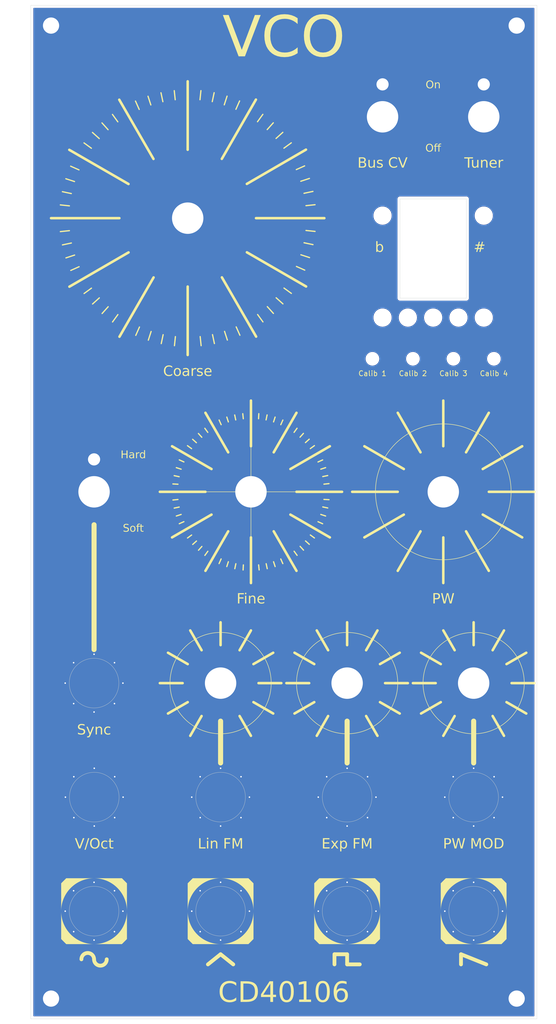
<source format=kicad_pcb>
(kicad_pcb (version 20240108) (generator "pcbnew") (generator_version "8.0")
  (title_block (title "VCO mki Front Panel") (date "2024-06-06") (rev "1") (company "DMH"))
  (layers (0 "F.Cu" signal) (31 "B.Cu" signal) (34 "B.Paste" user) (35 "F.Paste" user) (36 "B.SilkS" user "B.Silkscreen") (37 "F.SilkS" user "F.Silkscreen") (38 "B.Mask" user) (39 "F.Mask" user) (44 "Edge.Cuts" user))
  (net 0 "")
  (net 1 "GND")
  (footprint "SynthStuff:Pot_Cutout_Tiny" (layer "F.Cu") (at 87.5 183.75)
    (property "Reference" "H10")
    (property "Value" "Lin FM" (hide yes))
    (fp_line (start -7.499998 0) (end -12 0) (stroke (width 0.5)) (layer "F.SilkS"))
    (fp_line (start -6.49301 -3.753771) (end -10.394285 -5.996567) (stroke (width 0.5)) (layer "F.SilkS"))
    (fp_line (start -6.49301 3.753772) (end -10.394227 5.996669) (stroke (width 0.5)) (layer "F.SilkS"))
    (fp_line (start -3.753772 -6.49301) (end -5.996669 -10.394227) (stroke (width 0.5)) (layer "F.SilkS"))
    (fp_line (start -3.753771 6.49301) (end -5.996567 10.394285) (stroke (width 0.5)) (layer "F.SilkS"))
    (fp_line (start 0 -7.5) (end 0 -12) (stroke (width 0.5)) (layer "F.SilkS"))
    (fp_line (start 0 7.499998) (end 0 12) (stroke (width 0.5)) (layer "F.SilkS"))
    (fp_line (start 3.753771 -6.49301) (end 5.996567 -10.394285) (stroke (width 0.5)) (layer "F.SilkS"))
    (fp_line (start 3.753772 6.49301) (end 5.996669 10.394227) (stroke (width 0.5)) (layer "F.SilkS"))
    (fp_line (start 6.49301 -3.753772) (end 10.394227 -5.996669) (stroke (width 0.5)) (layer "F.SilkS"))
    (fp_line (start 6.49301 3.753771) (end 10.394285 5.996567) (stroke (width 0.5)) (layer "F.SilkS"))
    (fp_line (start 7.5 0) (end 12 0) (stroke (width 0.5)) (layer "F.SilkS"))
    (fp_circle (center 0 0) (end 10 0) (stroke (width 0.1)) (fill none) (layer "F.SilkS"))
    (pad "1" thru_hole circle (at 0 0) (size 13 13) (drill 6.2) (layers "*.Cu" "*.Mask") (net 1 "GND"))
  )
  (footprint "SynthStuff:Pot_Cutout_Huge_v2" (layer "F.Cu") (at 81 92)
    (property "Reference" "H5")
    (property "Value" "Coarse" (at 0 30.3 0) (layer "F.SilkS") (effects (font (size 2 2))))
    (fp_line (start -23.39361 -13.481062) (end -11.696805 -6.740531) (stroke (width 0.5)) (layer "F.SilkS"))
    (fp_line (start -23.374179 -2.428486) (end -25.164545 -2.614498) (stroke (width 0.25)) (layer "F.SilkS"))
    (fp_line (start -23.370917 13.520364) (end -11.685458 6.760182) (stroke (width 0.5)) (layer "F.SilkS"))
    (fp_line (start -23.370351 2.465102) (end -25.16042 2.653918) (stroke (width 0.25)) (layer "F.SilkS"))
    (fp_line (start -23.101674 10.315167) (end -21.458076 9.581281) (stroke (width 0.25)) (layer "F.SilkS"))
    (fp_line (start -22.993287 -4.853716) (end -24.754478 -5.22549) (stroke (width 0.25)) (layer "F.SilkS"))
    (fp_line (start -22.982832 4.903004) (end -24.743219 5.278553) (stroke (width 0.25)) (layer "F.SilkS"))
    (fp_line (start -22.361465 -7.225976) (end -24.07426 -7.779456) (stroke (width 0.25)) (layer "F.SilkS"))
    (fp_line (start -22.343234 7.28216) (end -24.054632 7.839942) (stroke (width 0.25)) (layer "F.SilkS"))
    (fp_line (start -21.482215 -9.527029) (end -23.127663 -10.25676) (stroke (width 0.25)) (layer "F.SilkS"))
    (fp_line (start -19.02674 -13.7925) (end -20.484109 -14.848948) (stroke (width 0.25)) (layer "F.SilkS"))
    (fp_line (start -19.013948 13.810131) (end -20.470336 14.86793) (stroke (width 0.25)) (layer "F.SilkS"))
    (fp_line (start -17.477172 -15.709817) (end -18.815851 -16.913124) (stroke (width 0.25)) (layer "F.SilkS"))
    (fp_line (start -17.458429 15.730644) (end -18.795672 16.935546) (stroke (width 0.25)) (layer "F.SilkS"))
    (fp_line (start -15.730644 -17.458429) (end -16.935546 -18.795672) (stroke (width 0.25)) (layer "F.SilkS"))
    (fp_line (start -15.709817 17.477172) (end -16.913124 18.815851) (stroke (width 0.25)) (layer "F.SilkS"))
    (fp_line (start -13.810131 -19.013948) (end -14.86793 -20.470336) (stroke (width 0.25)) (layer "F.SilkS"))
    (fp_line (start -13.7925 19.02674) (end -14.848948 20.484109) (stroke (width 0.25)) (layer "F.SilkS"))
    (fp_line (start -13.520364 -23.370917) (end -6.760182 -11.685458) (stroke (width 0.5)) (layer "F.SilkS"))
    (fp_line (start -13.5 0) (end -27 0) (stroke (width 0.5)) (layer "F.SilkS"))
    (fp_line (start -13.481062 23.39361) (end -6.740531 11.696805) (stroke (width 0.5)) (layer "F.SilkS"))
    (fp_line (start -10.315167 -23.101674) (end -9.581281 -21.458076) (stroke (width 0.25)) (layer "F.SilkS"))
    (fp_line (start -9.527029 21.482215) (end -10.25676 23.127663) (stroke (width 0.25)) (layer "F.SilkS"))
    (fp_line (start -7.28216 -22.343234) (end -7.839942 -24.054632) (stroke (width 0.25)) (layer "F.SilkS"))
    (fp_line (start -7.225976 22.361465) (end -7.779456 24.07426) (stroke (width 0.25)) (layer "F.SilkS"))
    (fp_line (start -4.903004 -22.982832) (end -5.278553 -24.743219) (stroke (width 0.25)) (layer "F.SilkS"))
    (fp_line (start -4.853716 22.993287) (end -5.22549 24.754478) (stroke (width 0.25)) (layer "F.SilkS"))
    (fp_line (start -2.465102 -23.370351) (end -2.653918 -25.16042) (stroke (width 0.25)) (layer "F.SilkS"))
    (fp_line (start -2.428486 23.374179) (end -2.614498 25.164545) (stroke (width 0.25)) (layer "F.SilkS"))
    (fp_line (start -0.000001 -13.5) (end -0.000001 -27.000001) (stroke (width 0.5)) (layer "F.SilkS"))
    (fp_line (start 0.000001 13.499999) (end 0.000001 26.999999) (stroke (width 0.5)) (layer "F.SilkS"))
    (fp_line (start 2.428485 -23.37418) (end 2.614497 -25.164546) (stroke (width 0.25)) (layer "F.SilkS"))
    (fp_line (start 2.465103 23.37035) (end 2.653919 25.160419) (stroke (width 0.25)) (layer "F.SilkS"))
    (fp_line (start 4.853715 -22.993288) (end 5.225489 -24.754479) (stroke (width 0.25)) (layer "F.SilkS"))
    (fp_line (start 4.903005 22.982831) (end 5.278554 24.743218) (stroke (width 0.25)) (layer "F.SilkS"))
    (fp_line (start 7.225975 -22.361466) (end 7.779455 -24.074261) (stroke (width 0.25)) (layer "F.SilkS"))
    (fp_line (start 7.282161 22.343233) (end 7.839943 24.054631) (stroke (width 0.25)) (layer "F.SilkS"))
    (fp_line (start 9.527028 -21.482216) (end 10.256759 -23.127664) (stroke (width 0.25)) (layer "F.SilkS"))
    (fp_line (start 10.315168 23.101673) (end 9.581282 21.458075) (stroke (width 0.25)) (layer "F.SilkS"))
    (fp_line (start 13.481061 -23.393611) (end 6.74053 -11.696806) (stroke (width 0.5)) (layer "F.SilkS"))
    (fp_line (start 13.499999 -0.000001) (end 26.999999 -0.000001) (stroke (width 0.5)) (layer "F.SilkS"))
    (fp_line (start 13.520365 23.370916) (end 6.760183 11.685457) (stroke (width 0.5)) (layer "F.SilkS"))
    (fp_line (start 13.792499 -19.026741) (end 14.848947 -20.48411) (stroke (width 0.25)) (layer "F.SilkS"))
    (fp_line (start 13.810132 19.013947) (end 14.867931 20.470335) (stroke (width 0.25)) (layer "F.SilkS"))
    (fp_line (start 15.709816 -17.477173) (end 16.913123 -18.815852) (stroke (width 0.25)) (layer "F.SilkS"))
    (fp_line (start 15.730645 17.458428) (end 16.935547 18.795671) (stroke (width 0.25)) (layer "F.SilkS"))
    (fp_line (start 17.458428 -15.730645) (end 18.795671 -16.935547) (stroke (width 0.25)) (layer "F.SilkS"))
    (fp_line (start 17.477173 15.709816) (end 18.815852 16.913123) (stroke (width 0.25)) (layer "F.SilkS"))
    (fp_line (start 19.013947 -13.810132) (end 20.470335 -14.867931) (stroke (width 0.25)) (layer "F.SilkS"))
    (fp_line (start 19.026741 13.792499) (end 20.48411 14.848947) (stroke (width 0.25)) (layer "F.SilkS"))
    (fp_line (start 21.482216 9.527028) (end 23.127664 10.256759) (stroke (width 0.25)) (layer "F.SilkS"))
    (fp_line (start 22.343233 -7.282161) (end 24.054631 -7.839943) (stroke (width 0.25)) (layer "F.SilkS"))
    (fp_line (start 22.361466 7.225975) (end 24.074261 7.779455) (stroke (width 0.25)) (layer "F.SilkS"))
    (fp_line (start 22.982831 -4.903005) (end 24.743218 -5.278554) (stroke (width 0.25)) (layer "F.SilkS"))
    (fp_line (start 22.993288 4.853715) (end 24.754479 5.225489) (stroke (width 0.25)) (layer "F.SilkS"))
    (fp_line (start 23.101673 -10.315168) (end 21.458075 -9.581282) (stroke (width 0.25)) (layer "F.SilkS"))
    (fp_line (start 23.37035 -2.465103) (end 25.160419 -2.653919) (stroke (width 0.25)) (layer "F.SilkS"))
    (fp_line (start 23.370916 -13.520365) (end 11.685457 -6.760183) (stroke (width 0.5)) (layer "F.SilkS"))
    (fp_line (start 23.37418 2.428485) (end 25.164546 2.614497) (stroke (width 0.25)) (layer "F.SilkS"))
    (fp_line (start 23.393611 13.481061) (end 11.696806 6.74053) (stroke (width 0.5)) (layer "F.SilkS"))
    (pad "1" thru_hole circle (at 0 0) (size 13 13) (drill 6.2) (layers "*.Cu" "*.Mask") (net 1 "GND"))
  )
  (footprint "SynthStuff:Jack_6.35mm_Cutout_Output_v6" (layer "F.Cu") (at 112.5 228.75)
    (property "Reference" "H15")
    (property "Value" "Sqr" (hide yes))
    (fp_poly (pts (xy -6.5 5.5) (arc (start -6.5 0) (mid -4.596194 4.596194) (end 0 6.5)) (xy -5.5 6.5)) (fill solid) (layer "F.SilkS"))
    (fp_poly (pts (xy -5.5 -6.5) (arc (start 0 -6.5) (mid -4.596194 -4.596194) (end -6.5 0)) (xy -6.5 -5.5)) (fill solid) (layer "F.SilkS"))
    (fp_poly (pts (xy 5.5 6.5) (arc (start 0 6.5) (mid 4.596194 4.596194) (end 6.5 0)) (xy 6.5 5.5)) (fill solid) (layer "F.SilkS"))
    (fp_poly (pts (xy 6.5 -5.5) (arc (start 6.5 0) (mid 4.596194 -4.596194) (end 0 -6.5)) (xy 5.5 -6.5)) (fill solid) (layer "F.SilkS"))
    (fp_circle (center 0 0) (end 0 -4.9) (stroke (width 0.05)) (fill none) (layer "Edge.Cuts"))
    (pad "1" thru_hole circle (at -5.7 0) (size 0.5 0.5) (drill 0.3) (layers "*.Cu" "*.Mask") (net 1 "GND"))
    (pad "1" thru_hole circle (at -4.04 -4.03) (size 0.5 0.5) (drill 0.3) (layers "*.Cu" "*.Mask") (net 1 "GND"))
    (pad "1" thru_hole circle (at -4.03 4.04) (size 0.5 0.5) (drill 0.3) (layers "*.Cu" "*.Mask") (net 1 "GND"))
    (pad "1" thru_hole circle (at 0 -5.7) (size 0.5 0.5) (drill 0.3) (layers "*.Cu" "*.Mask") (net 1 "GND"))
    (pad "1" connect circle (at 0 0) (size 12 12) (layers "F.Cu" "F.Mask") (net 1 "GND"))
    (pad "1" connect circle (at 0 0) (size 12 12) (layers "B.Cu" "B.Mask") (net 1 "GND"))
    (pad "1" thru_hole circle (at 0 5.7) (size 0.5 0.5) (drill 0.3) (layers "*.Cu" "*.Mask") (net 1 "GND"))
    (pad "1" thru_hole circle (at 4.03 4.04) (size 0.5 0.5) (drill 0.3) (layers "*.Cu" "*.Mask") (net 1 "GND"))
    (pad "1" thru_hole circle (at 4.04 -4.03) (size 0.5 0.5) (drill 0.3) (layers "*.Cu" "*.Mask") (net 1 "GND"))
    (pad "1" thru_hole circle (at 5.7 0) (size 0.5 0.5) (drill 0.3) (layers "*.Cu" "*.Mask") (net 1 "GND"))
  )
  (footprint "SynthStuff:MountingHole_Rails" (layer "F.Cu") (at 54 246)
    (property "Reference" "H3")
    (property "Value" "MountingHole_Rails")
    (pad "1" thru_hole circle (at 0 0) (size 4 4) (drill 3.2) (layers "*.Cu" "*.Mask") (net 1 "GND"))
  )
  (footprint "SynthStuff:MountingHole_Rails" (layer "F.Cu") (at 146 54)
    (property "Reference" "H2")
    (property "Value" "MountingHole_Rails")
    (pad "1" thru_hole circle (at 0 0) (size 4 4) (drill 3.2) (layers "*.Cu" "*.Mask") (net 1 "GND"))
  )
  (footprint "SynthStuff:MountingHole_LED_3mm" (layer "F.Cu") (at 124.5 111.62)
    (property "Reference" "H32" (hide yes))
    (property "Value" "LED_-1")
    (pad "" np_thru_hole circle (at 0 0) (size 3.1 3.1) (drill 3.1) (layers "F&B.Cu" "*.Mask"))
  )
  (footprint "MountingHole:MountingHole_2.2mm_M2_DIN965" (layer "F.Cu") (at 141.5 119.75)
    (property "Reference" "H24" (hide yes))
    (property "Value" "Calib 4" (at 0 2.9 0) (layer "F.SilkS"))
    (pad "" np_thru_hole circle (at 0 0) (size 2.2 2.2) (drill 2.2) (layers "*.Cu" "*.Mask"))
  )
  (footprint "MountingHole:MountingHole_2.2mm_M2_DIN965" (layer "F.Cu") (at 117.5 119.75)
    (property "Reference" "H21" (hide yes))
    (property "Value" "Calib 1" (at 0 2.9 0) (layer "F.SilkS"))
    (pad "" np_thru_hole circle (at 0 0) (size 2.2 2.2) (drill 2.2) (layers "*.Cu" "*.Mask"))
  )
  (footprint "MountingHole:MountingHole_2.2mm_M2_DIN965" (layer "F.Cu") (at 133.5 119.75)
    (property "Reference" "H23" (hide yes))
    (property "Value" "Calib 3" (at 0 2.9 0) (layer "F.SilkS"))
    (pad "" np_thru_hole circle (at 0 0) (size 2.2 2.2) (drill 2.2) (layers "*.Cu" "*.Mask"))
  )
  (footprint "SynthStuff:Jack_6.35mm_Cutout_Output_v6" (layer "F.Cu") (at 62.5 228.75)
    (property "Reference" "H13")
    (property "Value" "Sin" (hide yes))
    (fp_poly (pts (xy -6.5 5.5) (arc (start -6.5 0) (mid -4.596194 4.596194) (end 0 6.5)) (xy -5.5 6.5)) (fill solid) (layer "F.SilkS"))
    (fp_poly (pts (xy -5.5 -6.5) (arc (start 0 -6.5) (mid -4.596194 -4.596194) (end -6.5 0)) (xy -6.5 -5.5)) (fill solid) (layer "F.SilkS"))
    (fp_poly (pts (xy 5.5 6.5) (arc (start 0 6.5) (mid 4.596194 4.596194) (end 6.5 0)) (xy 6.5 5.5)) (fill solid) (layer "F.SilkS"))
    (fp_poly (pts (xy 6.5 -5.5) (arc (start 6.5 0) (mid 4.596194 -4.596194) (end 0 -6.5)) (xy 5.5 -6.5)) (fill solid) (layer "F.SilkS"))
    (fp_circle (center 0 0) (end 0 -4.9) (stroke (width 0.05)) (fill none) (layer "Edge.Cuts"))
    (pad "1" thru_hole circle (at -5.7 0) (size 0.5 0.5) (drill 0.3) (layers "*.Cu" "*.Mask") (net 1 "GND"))
    (pad "1" thru_hole circle (at -4.04 -4.03) (size 0.5 0.5) (drill 0.3) (layers "*.Cu" "*.Mask") (net 1 "GND"))
    (pad "1" thru_hole circle (at -4.03 4.04) (size 0.5 0.5) (drill 0.3) (layers "*.Cu" "*.Mask") (net 1 "GND"))
    (pad "1" thru_hole circle (at 0 -5.7) (size 0.5 0.5) (drill 0.3) (layers "*.Cu" "*.Mask") (net 1 "GND"))
    (pad "1" connect circle (at 0 0) (size 12 12) (layers "F.Cu" "F.Mask") (net 1 "GND"))
    (pad "1" connect circle (at 0 0) (size 12 12) (layers "B.Cu" "B.Mask") (net 1 "GND"))
    (pad "1" thru_hole circle (at 0 5.7) (size 0.5 0.5) (drill 0.3) (layers "*.Cu" "*.Mask") (net 1 "GND"))
    (pad "1" thru_hole circle (at 4.03 4.04) (size 0.5 0.5) (drill 0.3) (layers "*.Cu" "*.Mask") (net 1 "GND"))
    (pad "1" thru_hole circle (at 4.04 -4.03) (size 0.5 0.5) (drill 0.3) (layers "*.Cu" "*.Mask") (net 1 "GND"))
    (pad "1" thru_hole circle (at 5.7 0) (size 0.5 0.5) (drill 0.3) (layers "*.Cu" "*.Mask") (net 1 "GND"))
  )
  (footprint "SynthStuff:Jack_6.35mm_Cutout_v3" (layer "F.Cu") (at 137.5 206.25)
    (property "Reference" "H20")
    (property "Value" "PW MOD" (at 0 9.3 0) (layer "F.SilkS") (effects (font (size 2 2))))
    (fp_circle (center 0 0) (end 0 -4.9) (stroke (width 0.05)) (fill none) (layer "Edge.Cuts"))
    (pad "1" thru_hole circle (at -5.7 0) (size 0.5 0.5) (drill 0.3) (layers "*.Cu" "*.Mask") (net 1 "GND"))
    (pad "1" thru_hole circle (at -4.04 -4.03) (size 0.5 0.5) (drill 0.3) (layers "*.Cu" "*.Mask") (net 1 "GND"))
    (pad "1" thru_hole circle (at -4.03 4.04) (size 0.5 0.5) (drill 0.3) (layers "*.Cu" "*.Mask") (net 1 "GND"))
    (pad "1" thru_hole circle (at 0 -5.7) (size 0.5 0.5) (drill 0.3) (layers "*.Cu" "*.Mask") (net 1 "GND"))
    (pad "1" connect circle (at 0 0) (size 12 12) (layers "F.Cu" "F.Mask") (net 1 "GND"))
    (pad "1" connect circle (at 0 0) (size 12 12) (layers "B.Cu" "B.Mask") (net 1 "GND"))
    (pad "1" thru_hole circle (at 0 5.7) (size 0.5 0.5) (drill 0.3) (layers "*.Cu" "*.Mask") (net 1 "GND"))
    (pad "1" thru_hole circle (at 4.03 4.04) (size 0.5 0.5) (drill 0.3) (layers "*.Cu" "*.Mask") (net 1 "GND"))
    (pad "1" thru_hole circle (at 4.04 -4.03) (size 0.5 0.5) (drill 0.3) (layers "*.Cu" "*.Mask") (net 1 "GND"))
    (pad "1" thru_hole circle (at 5.7 0) (size 0.5 0.5) (drill 0.3) (layers "*.Cu" "*.Mask") (net 1 "GND"))
  )
  (footprint "SynthStuff:MountingHole_LED_3mm" (layer "F.Cu") (at 139.5 91.5)
    (property "Reference" "H30" (hide yes))
    (property "Value" "LED_#" (hide yes))
    (pad "" np_thru_hole circle (at 0 0) (size 3.1 3.1) (drill 3.1) (layers "F&B.Cu" "*.Mask"))
  )
  (footprint "SynthStuff:MountingHole_LED_3mm" (layer "F.Cu") (at 139.5 111.62)
    (property "Reference" "H35" (hide yes))
    (property "Value" "LED_+2")
    (pad "" np_thru_hole circle (at 0 0) (size 3.1 3.1) (drill 3.1) (layers "F&B.Cu" "*.Mask"))
  )
  (footprint "SynthStuff:Pot_Cutout_Medium" (layer "F.Cu") (at 131.5 146)
    (property "Reference" "H8")
    (property "Value" "PW" (at 0 21.2 0) (layer "F.SilkS") (effects (font (size 2 2))))
    (fp_line (start -15.59134 -8.995004) (end -7.795669 -4.497502) (stroke (width 0.5)) (layer "F.SilkS"))
    (fp_line (start -15.591339 8.995006) (end -7.795668 4.497502) (stroke (width 0.5)) (layer "F.SilkS"))
    (fp_line (start -9 0) (end -18 0) (stroke (width 0.5)) (layer "F.SilkS"))
    (fp_line (start -8.995006 -15.591339) (end -4.497502 -7.795668) (stroke (width 0.5)) (layer "F.SilkS"))
    (fp_line (start -8.995004 15.59134) (end -4.497502 7.795669) (stroke (width 0.5)) (layer "F.SilkS"))
    (fp_line (start 0 -9) (end 0 -18) (stroke (width 0.5)) (layer "F.SilkS"))
    (fp_line (start 0 9) (end 0 18) (stroke (width 0.5)) (layer "F.SilkS"))
    (fp_line (start 8.995004 -15.59134) (end 4.497502 -7.795669) (stroke (width 0.5)) (layer "F.SilkS"))
    (fp_line (start 8.995006 15.591339) (end 4.497502 7.795668) (stroke (width 0.5)) (layer "F.SilkS"))
    (fp_line (start 9 0) (end 18 0) (stroke (width 0.5)) (layer "F.SilkS"))
    (fp_line (start 15.591339 -8.995006) (end 7.795668 -4.497502) (stroke (width 0.5)) (layer "F.SilkS"))
    (fp_line (start 15.59134 8.995004) (end 7.795669 4.497502) (stroke (width 0.5)) (layer "F.SilkS"))
    (fp_circle (center 0 0) (end 13.4 0) (stroke (width 0.1)) (fill none) (layer "F.SilkS"))
    (pad "1" thru_hole circle (at 0 0) (size 13 13) (drill 6.2) (layers "*.Cu" "*.Mask") (net 1 "GND"))
  )
  (footprint "SynthStuff:MountingHole_Rails" (layer "F.Cu") (at 54 54)
    (property "Reference" "H1")
    (property "Value" "MountingHole_Rails")
    (pad "1" thru_hole circle (at 0 0) (size 4 4) (drill 3.2) (layers "*.Cu" "*.Mask") (net 1 "GND"))
  )
  (footprint "SynthStuff:MountingHole_LED_3mm" (layer "F.Cu") (at 134.5 111.62)
    (property "Reference" "H34" (hide yes))
    (property "Value" "LED_+1")
    (pad "" np_thru_hole circle (at 0 0) (size 3.1 3.1) (drill 3.1) (layers "F&B.Cu" "*.Mask"))
  )
  (footprint "SynthStuff:MountingHole_LED_3mm" (layer "F.Cu") (at 129.5 111.62)
    (property "Reference" "H33" (hide yes))
    (property "Value" "LED_0")
    (pad "" np_thru_hole circle (at 0 0) (size 3.1 3.1) (drill 3.1) (layers "F&B.Cu" "*.Mask"))
  )
  (footprint "SynthStuff:Pot_Cutout_Tiny" (layer "F.Cu") (at 137.5 183.75)
    (property "Reference" "H12")
    (property "Value" "PW Mod" (hide yes))
    (fp_line (start -7.499998 0) (end -12 0) (stroke (width 0.5)) (layer "F.SilkS"))
    (fp_line (start -6.49301 -3.753771) (end -10.394285 -5.996567) (stroke (width 0.5)) (layer "F.SilkS"))
    (fp_line (start -6.49301 3.753772) (end -10.394227 5.996669) (stroke (width 0.5)) (layer "F.SilkS"))
    (fp_line (start -3.753772 -6.49301) (end -5.996669 -10.394227) (stroke (width 0.5)) (layer "F.SilkS"))
    (fp_line (start -3.753771 6.49301) (end -5.996567 10.394285) (stroke (width 0.5)) (layer "F.SilkS"))
    (fp_line (start 0 -7.5) (end 0 -12) (stroke (width 0.5)) (layer "F.SilkS"))
    (fp_line (start 0 7.499998) (end 0 12) (stroke (width 0.5)) (layer "F.SilkS"))
    (fp_line (start 3.753771 -6.49301) (end 5.996567 -10.394285) (stroke (width 0.5)) (layer "F.SilkS"))
    (fp_line (start 3.753772 6.49301) (end 5.996669 10.394227) (stroke (width 0.5)) (layer "F.SilkS"))
    (fp_line (start 6.49301 -3.753772) (end 10.394227 -5.996669) (stroke (width 0.5)) (layer "F.SilkS"))
    (fp_line (start 6.49301 3.753771) (end 10.394285 5.996567) (stroke (width 0.5)) (layer "F.SilkS"))
    (fp_line (start 7.5 0) (end 12 0) (stroke (width 0.5)) (layer "F.SilkS"))
    (fp_circle (center 0 0) (end 10 0) (stroke (width 0.1)) (fill none) (layer "F.SilkS"))
    (pad "1" thru_hole circle (at 0 0) (size 13 13) (drill 6.2) (layers "*.Cu" "*.Mask") (net 1 "GND"))
  )
  (footprint "SynthStuff:Toggle_Switch_Cutout" (layer "F.Cu") (at 139.5 72)
    (property "Reference" "H27")
    (property "Value" "Tuner" (at 0 9.2 0) (layer "F.SilkS") (effects (font (size 2 2))))
    (pad "1" thru_hole circle (at 0 -6.4) (size 2.6 2.6) (drill 2.4) (layers "*.Cu" "*.Mask") (net 1 "GND"))
    (pad "1" thru_hole circle (at 0 0) (size 13 13) (drill 6.2) (layers "*.Cu" "*.Mask") (net 1 "GND"))
  )
  (footprint "SynthStuff:MountingHole_Rails" (layer "F.Cu") (at 146 246)
    (property "Reference" "H4")
    (property "Value" "MountingHole_Rails")
    (pad "1" thru_hole circle (at 0 0) (size 4 4) (drill 3.2) (layers "*.Cu" "*.Mask") (net 1 "GND"))
  )
  (footprint "SynthStuff:Toggle_Switch_Cutout" (layer "F.Cu") (at 62.5 146)
    (property "Reference" "H28")
    (property "Value" "Soft Hard" (hide yes))
    (pad "1" thru_hole circle (at 0 -6.4) (size 2.6 2.6) (drill 2.4) (layers "*.Cu" "*.Mask") (net 1 "GND"))
    (pad "1" thru_hole circle (at 0 0) (size 13 13) (drill 6.2) (layers "*.Cu" "*.Mask") (net 1 "GND"))
  )
  (footprint "SynthStuff:MountingHole_LED_3mm" (layer "F.Cu") (at 119.5 91.5)
    (property "Reference" "H29" (hide yes))
    (property "Value" "LED_b" (hide yes))
    (pad "" np_thru_hole circle (at 0 0) (size 3.1 3.1) (drill 3.1) (layers "F&B.Cu" "*.Mask"))
  )
  (footprint "SynthStuff:Jack_6.35mm_Cutout_v3" (layer "F.Cu") (at 87.5 206.25)
    (property "Reference" "H18")
    (property "Value" "Lin FM" (at 0 9.3 0) (layer "F.SilkS") (effects (font (size 2 2))))
    (fp_circle (center 0 0) (end 0 -4.9) (stroke (width 0.05)) (fill none) (layer "Edge.Cuts"))
    (pad "1" thru_hole circle (at -5.7 0) (size 0.5 0.5) (drill 0.3) (layers "*.Cu" "*.Mask") (net 1 "GND"))
    (pad "1" thru_hole circle (at -4.04 -4.03) (size 0.5 0.5) (drill 0.3) (layers "*.Cu" "*.Mask") (net 1 "GND"))
    (pad "1" thru_hole circle (at -4.03 4.04) (size 0.5 0.5) (drill 0.3) (layers "*.Cu" "*.Mask") (net 1 "GND"))
    (pad "1" thru_hole circle (at 0 -5.7) (size 0.5 0.5) (drill 0.3) (layers "*.Cu" "*.Mask") (net 1 "GND"))
    (pad "1" connect circle (at 0 0) (size 12 12) (layers "F.Cu" "F.Mask") (net 1 "GND"))
    (pad "1" connect circle (at 0 0) (size 12 12) (layers "B.Cu" "B.Mask") (net 1 "GND"))
    (pad "1" thru_hole circle (at 0 5.7) (size 0.5 0.5) (drill 0.3) (layers "*.Cu" "*.Mask") (net 1 "GND"))
    (pad "1" thru_hole circle (at 4.03 4.04) (size 0.5 0.5) (drill 0.3) (layers "*.Cu" "*.Mask") (net 1 "GND"))
    (pad "1" thru_hole circle (at 4.04 -4.03) (size 0.5 0.5) (drill 0.3) (layers "*.Cu" "*.Mask") (net 1 "GND"))
    (pad "1" thru_hole circle (at 5.7 0) (size 0.5 0.5) (drill 0.3) (layers "*.Cu" "*.Mask") (net 1 "GND"))
  )
  (footprint "MountingHole:MountingHole_2.2mm_M2_DIN965" (layer "F.Cu") (at 125.5 119.75)
    (property "Reference" "H22" (hide yes))
    (property "Value" "Calib 2" (at 0 2.9 0) (layer "F.SilkS"))
    (pad "" np_thru_hole circle (at 0 0) (size 2.2 2.2) (drill 2.2) (layers "*.Cu" "*.Mask"))
  )
  (footprint "SynthStuff:Pot_Cutout_Medium_v2" (layer "F.Cu") (at 93.5 146)
    (property "Reference" "H7")
    (property "Value" "Fine" (at 0 21.2 0) (layer "F.SilkS") (effects (font (size 2 2))))
    (fp_line (start -15.59134 -8.995004) (end -7.795669 -4.497502) (stroke (width 0.5)) (layer "F.SilkS"))
    (fp_line (start -15.591339 8.995006) (end -7.795668 4.497502) (stroke (width 0.5)) (layer "F.SilkS"))
    (fp_line (start -14.422248 -1.499585) (end -15.422297 -1.553297) (stroke (width 0.25)) (layer "F.SilkS"))
    (fp_line (start -14.420762 1.513781) (end -15.415618 1.618213) (stroke (width 0.25)) (layer "F.SilkS"))
    (fp_line (start -14.189827 -2.983088) (end -15.168751 -3.188884) (stroke (width 0.25)) (layer "F.SilkS"))
    (fp_line (start -14.184996 3.005963) (end -15.163586 3.213337) (stroke (width 0.25)) (layer "F.SilkS"))
    (fp_line (start -13.795505 -4.464755) (end -14.747226 -4.772768) (stroke (width 0.25)) (layer "F.SilkS"))
    (fp_line (start -13.795256 4.465516) (end -14.746959 4.773582) (stroke (width 0.25)) (layer "F.SilkS"))
    (fp_line (start -13.250603 5.888244) (end -14.164734 6.294461) (stroke (width 0.25)) (layer "F.SilkS"))
    (fp_line (start -13.246934 -5.896501) (end -14.16081 -6.303287) (stroke (width 0.25)) (layer "F.SilkS"))
    (fp_line (start -11.733619 -8.51893) (end -12.543094 -9.106631) (stroke (width 0.25)) (layer "F.SilkS"))
    (fp_line (start -11.727755 8.526998) (end -12.536827 9.115257) (stroke (width 0.25)) (layer "F.SilkS"))
    (fp_line (start -10.782189 -9.69507) (end -11.526027 -10.36391) (stroke (width 0.25)) (layer "F.SilkS"))
    (fp_line (start -10.765681 9.713397) (end -11.50838 10.383502) (stroke (width 0.25)) (layer "F.SilkS"))
    (fp_line (start -9.713397 -10.765681) (end -10.383502 -11.50838) (stroke (width 0.25)) (layer "F.SilkS"))
    (fp_line (start -9.69507 10.782189) (end -10.36391 11.526027) (stroke (width 0.25)) (layer "F.SilkS"))
    (fp_line (start -9 0) (end -18 0) (stroke (width 0.5)) (layer "F.SilkS"))
    (fp_line (start -8.995006 -15.591339) (end -4.497502 -7.795668) (stroke (width 0.5)) (layer "F.SilkS"))
    (fp_line (start -8.995004 15.59134) (end -4.497502 7.795669) (stroke (width 0.5)) (layer "F.SilkS"))
    (fp_line (start -8.526998 -11.727755) (end -9.115257 -12.536827) (stroke (width 0.25)) (layer "F.SilkS"))
    (fp_line (start -8.51893 11.733619) (end -9.106631 12.543094) (stroke (width 0.25)) (layer "F.SilkS"))
    (fp_line (start -5.896501 13.246934) (end -6.303287 14.16081) (stroke (width 0.25)) (layer "F.SilkS"))
    (fp_line (start -5.888244 -13.250603) (end -6.294461 -14.164734) (stroke (width 0.25)) (layer "F.SilkS"))
    (fp_line (start -4.465516 -13.795256) (end -4.773582 -14.746959) (stroke (width 0.25)) (layer "F.SilkS"))
    (fp_line (start -4.464755 13.795505) (end -4.772768 14.747226) (stroke (width 0.25)) (layer "F.SilkS"))
    (fp_line (start -3.005963 -14.184996) (end -3.213337 -15.163586) (stroke (width 0.25)) (layer "F.SilkS"))
    (fp_line (start -2.983088 14.189827) (end -3.188884 15.168751) (stroke (width 0.25)) (layer "F.SilkS"))
    (fp_line (start -1.513781 -14.420762) (end -1.618213 -15.415618) (stroke (width 0.25)) (layer "F.SilkS"))
    (fp_line (start -1.499585 14.422248) (end -1.553297 15.422297) (stroke (width 0.25)) (layer "F.SilkS"))
    (fp_line (start 0 -9) (end 0 -18) (stroke (width 0.5)) (layer "F.SilkS"))
    (fp_line (start 0 -9) (end 0 9) (stroke (width 0.1)) (layer "F.SilkS"))
    (fp_line (start 0 9) (end 0 18) (stroke (width 0.5)) (layer "F.SilkS"))
    (fp_line (start 1.499585 -14.422248) (end 1.553297 -15.422297) (stroke (width 0.25)) (layer "F.SilkS"))
    (fp_line (start 1.513781 14.420762) (end 1.618213 15.415618) (stroke (width 0.25)) (layer "F.SilkS"))
    (fp_line (start 2.983088 -14.189827) (end 3.188884 -15.168751) (stroke (width 0.25)) (layer "F.SilkS"))
    (fp_line (start 3.005963 14.184996) (end 3.213337 15.163586) (stroke (width 0.25)) (layer "F.SilkS"))
    (fp_line (start 4.464755 -13.795505) (end 4.772768 -14.747226) (stroke (width 0.25)) (layer "F.SilkS"))
    (fp_line (start 4.465516 13.795256) (end 4.773582 14.746959) (stroke (width 0.25)) (layer "F.SilkS"))
    (fp_line (start 5.888244 13.250603) (end 6.294461 14.164734) (stroke (width 0.25)) (layer "F.SilkS"))
    (fp_line (start 5.896501 -13.246934) (end 6.303287 -14.16081) (stroke (width 0.25)) (layer "F.SilkS"))
    (fp_line (start 8.51893 -11.733619) (end 9.106631 -12.543094) (stroke (width 0.25)) (layer "F.SilkS"))
    (fp_line (start 8.526998 11.727755) (end 9.115257 12.536827) (stroke (width 0.25)) (layer "F.SilkS"))
    (fp_line (start 8.995004 -15.59134) (end 4.497502 -7.795669) (stroke (width 0.5)) (layer "F.SilkS"))
    (fp_line (start 8.995006 15.591339) (end 4.497502 7.795668) (stroke (width 0.5)) (layer "F.SilkS"))
    (fp_line (start 9 0) (end -9 0) (stroke (width 0.1)) (layer "F.SilkS"))
    (fp_line (start 9 0) (end 18 0) (stroke (width 0.5)) (layer "F.SilkS"))
    (fp_line (start 9.69507 -10.782189) (end 10.36391 -11.526027) (stroke (width 0.25)) (layer "F.SilkS"))
    (fp_line (start 9.713397 10.765681) (end 10.383502 11.50838) (stroke (width 0.25)) (layer "F.SilkS"))
    (fp_line (start 10.765681 -9.713397) (end 11.50838 -10.383502) (stroke (width 0.25)) (layer "F.SilkS"))
    (fp_line (start 10.782189 9.69507) (end 11.526027 10.36391) (stroke (width 0.25)) (layer "F.SilkS"))
    (fp_line (start 11.727755 -8.526998) (end 12.536827 -9.115257) (stroke (width 0.25)) (layer "F.SilkS"))
    (fp_line (start 11.733619 8.51893) (end 12.543094 9.106631) (stroke (width 0.25)) (layer "F.SilkS"))
    (fp_line (start 13.246934 5.896501) (end 14.16081 6.303287) (stroke (width 0.25)) (layer "F.SilkS"))
    (fp_line (start 13.250603 -5.888244) (end 14.164734 -6.294461) (stroke (width 0.25)) (layer "F.SilkS"))
    (fp_line (start 13.795256 -4.465516) (end 14.746959 -4.773582) (stroke (width 0.25)) (layer "F.SilkS"))
    (fp_line (start 13.795505 4.464755) (end 14.747226 4.772768) (stroke (width 0.25)) (layer "F.SilkS"))
    (fp_line (start 14.184996 -3.005963) (end 15.163586 -3.213337) (stroke (width 0.25)) (layer "F.SilkS"))
    (fp_line (start 14.189827 2.983088) (end 15.168751 3.188884) (stroke (width 0.25)) (layer "F.SilkS"))
    (fp_line (start 14.420762 -1.513781) (end 15.415618 -1.618213) (stroke (width 0.25)) (layer "F.SilkS"))
    (fp_line (start 14.422248 1.499585) (end 15.422297 1.553297) (stroke (width 0.25)) (layer "F.SilkS"))
    (fp_line (start 15.591339 -8.995006) (end 7.795668 -4.497502) (stroke (width 0.5)) (layer "F.SilkS"))
    (fp_line (start 15.59134 8.995004) (end 7.795669 4.497502) (stroke (width 0.5)) (layer "F.SilkS"))
    (pad "1" thru_hole circle (at 0 0) (size 13 13) (drill 6.2) (layers "*.Cu" "*.Mask") (net 1 "GND"))
  )
  (footprint "SynthStuff:MountingHole_LED_3mm" (layer "F.Cu") (at 119.5 111.62)
    (property "Reference" "H31" (hide yes))
    (property "Value" "LED_-2")
    (pad "" np_thru_hole circle (at 0 0) (size 3.1 3.1) (drill 3.1) (layers "F&B.Cu" "*.Mask"))
  )
  (footprint "SynthStuff:7Segment_Cutout" (layer "F.Cu") (at 124.42 105.62 90)
    (property "Reference" "H6" (hide yes))
    (property "Value" "7Segment" (hide yes))
    (fp_line (start 17.4 -1.47) (end 17.4 11.63) (stroke (width 0.05)) (layer "Edge.Cuts"))
    (fp_line (start -2.16 -1.47) (end 17.4 -1.47) (stroke (width 0.05)) (layer "Edge.Cuts"))
    (fp_line (start -2.16 -1.47) (end -2.16 11.63) (stroke (width 0.05)) (layer "Edge.Cuts"))
    (fp_line (start -2.16 11.63) (end 17.4 11.63) (stroke (width 0.05)) (layer "Edge.Cuts"))
  )
  (footprint "SynthStuff:Jack_6.35mm_Cutout_v3" (layer "F.Cu") (at 62.54 206.25)
    (property "Reference" "H17")
    (property "Value" "V/Oct" (at 0 9.3 0) (layer "F.SilkS") (effects (font (size 2 2))))
    (fp_circle (center 0 0) (end 0 -4.9) (stroke (width 0.05)) (fill none) (layer "Edge.Cuts"))
    (pad "1" thru_hole circle (at -5.7 0) (size 0.5 0.5) (drill 0.3) (layers "*.Cu" "*.Mask") (net 1 "GND"))
    (pad "1" thru_hole circle (at -4.04 -4.03) (size 0.5 0.5) (drill 0.3) (layers "*.Cu" "*.Mask") (net 1 "GND"))
    (pad "1" thru_hole circle (at -4.03 4.04) (size 0.5 0.5) (drill 0.3) (layers "*.Cu" "*.Mask") (net 1 "GND"))
    (pad "1" thru_hole circle (at 0 -5.7) (size 0.5 0.5) (drill 0.3) (layers "*.Cu" "*.Mask") (net 1 "GND"))
    (pad "1" connect circle (at 0 0) (size 12 12) (layers "F.Cu" "F.Mask") (net 1 "GND"))
    (pad "1" connect circle (at 0 0) (size 12 12) (layers "B.Cu" "B.Mask") (net 1 "GND"))
    (pad "1" thru_hole circle (at 0 5.7) (size 0.5 0.5) (drill 0.3) (layers "*.Cu" "*.Mask") (net 1 "GND"))
    (pad "1" thru_hole circle (at 4.03 4.04) (size 0.5 0.5) (drill 0.3) (layers "*.Cu" "*.Mask") (net 1 "GND"))
    (pad "1" thru_hole circle (at 4.04 -4.03) (size 0.5 0.5) (drill 0.3) (layers "*.Cu" "*.Mask") (net 1 "GND"))
    (pad "1" thru_hole circle (at 5.7 0) (size 0.5 0.5) (drill 0.3) (layers "*.Cu" "*.Mask") (net 1 "GND"))
  )
  (footprint "SynthStuff:Jack_6.35mm_Cutout_v3" (layer "F.Cu") (at 112.5 206.25)
    (property "Reference" "H19")
    (property "Value" "Exp FM" (at 0 9.3 0) (layer "F.SilkS") (effects (font (size 2 2))))
    (fp_circle (center 0 0) (end 0 -4.9) (stroke (width 0.05)) (fill none) (layer "Edge.Cuts"))
    (pad "1" thru_hole circle (at -5.7 0) (size 0.5 0.5) (drill 0.3) (layers "*.Cu" "*.Mask") (net 1 "GND"))
    (pad "1" thru_hole circle (at -4.04 -4.03) (size 0.5 0.5) (drill 0.3) (layers "*.Cu" "*.Mask") (net 1 "GND"))
    (pad "1" thru_hole circle (at -4.03 4.04) (size 0.5 0.5) (drill 0.3) (layers "*.Cu" "*.Mask") (net 1 "GND"))
    (pad "1" thru_hole circle (at 0 -5.7) (size 0.5 0.5) (drill 0.3) (layers "*.Cu" "*.Mask") (net 1 "GND"))
    (pad "1" connect circle (at 0 0) (size 12 12) (layers "F.Cu" "F.Mask") (net 1 "GND"))
    (pad "1" connect circle (at 0 0) (size 12 12) (layers "B.Cu" "B.Mask") (net 1 "GND"))
    (pad "1" thru_hole circle (at 0 5.7) (size 0.5 0.5) (drill 0.3) (layers "*.Cu" "*.Mask") (net 1 "GND"))
    (pad "1" thru_hole circle (at 4.03 4.04) (size 0.5 0.5) (drill 0.3) (layers "*.Cu" "*.Mask") (net 1 "GND"))
    (pad "1" thru_hole circle (at 4.04 -4.03) (size 0.5 0.5) (drill 0.3) (layers "*.Cu" "*.Mask") (net 1 "GND"))
    (pad "1" thru_hole circle (at 5.7 0) (size 0.5 0.5) (drill 0.3) (layers "*.Cu" "*.Mask") (net 1 "GND"))
  )
  (footprint "SynthStuff:Jack_6.35mm_Cutout_Output_v6" (layer "F.Cu") (at 137.5 228.75)
    (property "Reference" "H16")
    (property "Value" "Saw" (hide yes))
    (fp_poly (pts (xy -6.5 5.5) (arc (start -6.5 0) (mid -4.596194 4.596194) (end 0 6.5)) (xy -5.5 6.5)) (fill solid) (layer "F.SilkS"))
    (fp_poly (pts (xy -5.5 -6.5) (arc (start 0 -6.5) (mid -4.596194 -4.596194) (end -6.5 0)) (xy -6.5 -5.5)) (fill solid) (layer "F.SilkS"))
    (fp_poly (pts (xy 5.5 6.5) (arc (start 0 6.5) (mid 4.596194 4.596194) (end 6.5 0)) (xy 6.5 5.5)) (fill solid) (layer "F.SilkS"))
    (fp_poly (pts (xy 6.5 -5.5) (arc (start 6.5 0) (mid 4.596194 -4.596194) (end 0 -6.5)) (xy 5.5 -6.5)) (fill solid) (layer "F.SilkS"))
    (fp_circle (center 0 0) (end 0 -4.9) (stroke (width 0.05)) (fill none) (layer "Edge.Cuts"))
    (pad "1" thru_hole circle (at -5.7 0) (size 0.5 0.5) (drill 0.3) (layers "*.Cu" "*.Mask") (net 1 "GND"))
    (pad "1" thru_hole circle (at -4.04 -4.03) (size 0.5 0.5) (drill 0.3) (layers "*.Cu" "*.Mask") (net 1 "GND"))
    (pad "1" thru_hole circle (at -4.03 4.04) (size 0.5 0.5) (drill 0.3) (layers "*.Cu" "*.Mask") (net 1 "GND"))
    (pad "1" thru_hole circle (at 0 -5.7) (size 0.5 0.5) (drill 0.3) (layers "*.Cu" "*.Mask") (net 1 "GND"))
    (pad "1" connect circle (at 0 0) (size 12 12) (layers "F.Cu" "F.Mask") (net 1 "GND"))
    (pad "1" connect circle (at 0 0) (size 12 12) (layers "B.Cu" "B.Mask") (net 1 "GND"))
    (pad "1" thru_hole circle (at 0 5.7) (size 0.5 0.5) (drill 0.3) (layers "*.Cu" "*.Mask") (net 1 "GND"))
    (pad "1" thru_hole circle (at 4.03 4.04) (size 0.5 0.5) (drill 0.3) (layers "*.Cu" "*.Mask") (net 1 "GND"))
    (pad "1" thru_hole circle (at 4.04 -4.03) (size 0.5 0.5) (drill 0.3) (layers "*.Cu" "*.Mask") (net 1 "GND"))
    (pad "1" thru_hole circle (at 5.7 0) (size 0.5 0.5) (drill 0.3) (layers "*.Cu" "*.Mask") (net 1 "GND"))
  )
  (footprint "SynthStuff:Jack_6.35mm_Cutout_Output_v6" (layer "F.Cu") (at 87.5 228.75)
    (property "Reference" "H14")
    (property "Value" "Tri" (hide yes))
    (fp_poly (pts (xy -6.5 5.5) (arc (start -6.5 0) (mid -4.596194 4.596194) (end 0 6.5)) (xy -5.5 6.5)) (fill solid) (layer "F.SilkS"))
    (fp_poly (pts (xy -5.5 -6.5) (arc (start 0 -6.5) (mid -4.596194 -4.596194) (end -6.5 0)) (xy -6.5 -5.5)) (fill solid) (layer "F.SilkS"))
    (fp_poly (pts (xy 5.5 6.5) (arc (start 0 6.5) (mid 4.596194 4.596194) (end 6.5 0)) (xy 6.5 5.5)) (fill solid) (layer "F.SilkS"))
    (fp_poly (pts (xy 6.5 -5.5) (arc (start 6.5 0) (mid 4.596194 -4.596194) (end 0 -6.5)) (xy 5.5 -6.5)) (fill solid) (layer "F.SilkS"))
    (fp_circle (center 0 0) (end 0 -4.9) (stroke (width 0.05)) (fill none) (layer "Edge.Cuts"))
    (pad "1" thru_hole circle (at -5.7 0) (size 0.5 0.5) (drill 0.3) (layers "*.Cu" "*.Mask") (net 1 "GND"))
    (pad "1" thru_hole circle (at -4.04 -4.03) (size 0.5 0.5) (drill 0.3) (layers "*.Cu" "*.Mask") (net 1 "GND"))
    (pad "1" thru_hole circle (at -4.03 4.04) (size 0.5 0.5) (drill 0.3) (layers "*.Cu" "*.Mask") (net 1 "GND"))
    (pad "1" thru_hole circle (at 0 -5.7) (size 0.5 0.5) (drill 0.3) (layers "*.Cu" "*.Mask") (net 1 "GND"))
    (pad "1" connect circle (at 0 0) (size 12 12) (layers "F.Cu" "F.Mask") (net 1 "GND"))
    (pad "1" connect circle (at 0 0) (size 12 12) (layers "B.Cu" "B.Mask") (net 1 "GND"))
    (pad "1" thru_hole circle (at 0 5.7) (size 0.5 0.5) (drill 0.3) (layers "*.Cu" "*.Mask") (net 1 "GND"))
    (pad "1" thru_hole circle (at 4.03 4.04) (size 0.5 0.5) (drill 0.3) (layers "*.Cu" "*.Mask") (net 1 "GND"))
    (pad "1" thru_hole circle (at 4.04 -4.03) (size 0.5 0.5) (drill 0.3) (layers "*.Cu" "*.Mask") (net 1 "GND"))
    (pad "1" thru_hole circle (at 5.7 0) (size 0.5 0.5) (drill 0.3) (layers "*.Cu" "*.Mask") (net 1 "GND"))
  )
  (footprint "SynthStuff:Toggle_Switch_Cutout" (layer "F.Cu") (at 119.5 72)
    (property "Reference" "H26")
    (property "Value" "Bus CV" (at 0 9.2 0) (layer "F.SilkS") (effects (font (size 2 2))))
    (pad "1" thru_hole circle (at 0 -6.4) (size 2.6 2.6) (drill 2.4) (layers "*.Cu" "*.Mask") (net 1 "GND"))
    (pad "1" thru_hole circle (at 0 0) (size 13 13) (drill 6.2) (layers "*.Cu" "*.Mask") (net 1 "GND"))
  )
  (footprint "SynthStuff:Pot_Cutout_Tiny" (layer "F.Cu") (at 112.5 183.75)
    (property "Reference" "H11")
    (property "Value" "Exp FM" (hide yes))
    (fp_line (start -7.499998 0) (end -12 0) (stroke (width 0.5)) (layer "F.SilkS"))
    (fp_line (start -6.49301 -3.753771) (end -10.394285 -5.996567) (stroke (width 0.5)) (layer "F.SilkS"))
    (fp_line (start -6.49301 3.753772) (end -10.394227 5.996669) (stroke (width 0.5)) (layer "F.SilkS"))
    (fp_line (start -3.753772 -6.49301) (end -5.996669 -10.394227) (stroke (width 0.5)) (layer "F.SilkS"))
    (fp_line (start -3.753771 6.49301) (end -5.996567 10.394285) (stroke (width 0.5)) (layer "F.SilkS"))
    (fp_line (start 0 -7.5) (end 0 -12) (stroke (width 0.5)) (layer "F.SilkS"))
    (fp_line (start 0 7.499998) (end 0 12) (stroke (width 0.5)) (layer "F.SilkS"))
    (fp_line (start 3.753771 -6.49301) (end 5.996567 -10.394285) (stroke (width 0.5)) (layer "F.SilkS"))
    (fp_line (start 3.753772 6.49301) (end 5.996669 10.394227) (stroke (width 0.5)) (layer "F.SilkS"))
    (fp_line (start 6.49301 -3.753772) (end 10.394227 -5.996669) (stroke (width 0.5)) (layer "F.SilkS"))
    (fp_line (start 6.49301 3.753771) (end 10.394285 5.996567) (stroke (width 0.5)) (layer "F.SilkS"))
    (fp_line (start 7.5 0) (end 12 0) (stroke (width 0.5)) (layer "F.SilkS"))
    (fp_circle (center 0 0) (end 10 0) (stroke (width 0.1)) (fill none) (layer "F.SilkS"))
    (pad "1" thru_hole circle (at 0 0) (size 13 13) (drill 6.2) (layers "*.Cu" "*.Mask") (net 1 "GND"))
  )
  (footprint "SynthStuff:Jack_6.35mm_Cutout_v3" (layer "F.Cu") (at 62.5 183.75)
    (property "Reference" "H25")
    (property "Value" "Sync" (at 0 9.3 0) (layer "F.SilkS") (effects (font (size 2 2))))
    (fp_circle (center 0 0) (end 0 -4.9) (stroke (width 0.05)) (fill none) (layer "Edge.Cuts"))
    (pad "1" thru_hole circle (at -5.7 0) (size 0.5 0.5) (drill 0.3) (layers "*.Cu" "*.Mask") (net 1 "GND"))
    (pad "1" thru_hole circle (at -4.04 -4.03) (size 0.5 0.5) (drill 0.3) (layers "*.Cu" "*.Mask") (net 1 "GND"))
    (pad "1" thru_hole circle (at -4.03 4.04) (size 0.5 0.5) (drill 0.3) (layers "*.Cu" "*.Mask") (net 1 "GND"))
    (pad "1" thru_hole circle (at 0 -5.7) (size 0.5 0.5) (drill 0.3) (layers "*.Cu" "*.Mask") (net 1 "GND"))
    (pad "1" connect circle (at 0 0) (size 12 12) (layers "F.Cu" "F.Mask") (net 1 "GND"))
    (pad "1" connect circle (at 0 0) (size 12 12) (layers "B.Cu" "B.Mask") (net 1 "GND"))
    (pad "1" thru_hole circle (at 0 5.7) (size 0.5 0.5) (drill 0.3) (layers "*.Cu" "*.Mask") (net 1 "GND"))
    (pad "1" thru_hole circle (at 4.03 4.04) (size 0.5 0.5) (drill 0.3) (layers "*.Cu" "*.Mask") (net 1 "GND"))
    (pad "1" thru_hole circle (at 4.04 -4.03) (size 0.5 0.5) (drill 0.3) (layers "*.Cu" "*.Mask") (net 1 "GND"))
    (pad "1" thru_hole circle (at 5.7 0) (size 0.5 0.5) (drill 0.3) (layers "*.Cu" "*.Mask") (net 1 "GND"))
  )
  (gr_line (start 112.5 239.25) (end 115 239.25) (stroke (width 0.75)) (layer "F.SilkS"))
  (gr_line (start 87.5 199.5) (end 87.5 191.249998) (stroke (width 1)) (layer "F.SilkS"))
  (gr_arc (start 60 238.25) (mid 61.25 237) (end 62.5 238.25) (stroke (width 0.75)) (layer "F.SilkS"))
  (gr_line (start 112.5 237.25) (end 112.5 239.25) (stroke (width 0.75)) (layer "F.SilkS"))
  (gr_line (start 62.5 177.125001) (end 62.5 152.5) (stroke (width 1)) (layer "F.SilkS"))
  (gr_line (start 110 239.25) (end 110 237.25) (stroke (width 0.75)) (layer "F.SilkS"))
  (gr_line (start 135 237.25) (end 140 239.25) (stroke (width 0.75)) (layer "F.SilkS"))
  (gr_line (start 137.5 199.5) (end 137.5 191.249998) (stroke (width 1)) (layer "F.SilkS"))
  (gr_arc (start 65 238.25) (mid 63.75 239.5) (end 62.5 238.25) (stroke (width 0.75)) (layer "F.SilkS"))
  (gr_line (start 110 237.25) (end 112.5 237.25) (stroke (width 0.75)) (layer "F.SilkS"))
  (gr_line (start 85 239.25) (end 87.5 237.25) (stroke (width 0.75)) (layer "F.SilkS"))
  (gr_line (start 112.5 199.5) (end 112.5 191.249998) (stroke (width 1)) (layer "F.SilkS"))
  (gr_line (start 135 239.25) (end 135 237.25) (stroke (width 0.75)) (layer "F.SilkS"))
  (gr_line (start 87.5 237.25) (end 90 239.25) (stroke (width 0.75)) (layer "F.SilkS"))
  (gr_rect (start 50 50) (end 150 250) (stroke (width 0.05)) (fill none) (layer "Edge.Cuts"))
  (gr_text "b" (at 118 99 0) (layer "F.SilkS") (effects (font (size 2 2) (thickness 0.1) (italic yes)) (justify left bottom)))
  (gr_text "On" (at 129.5 65.75 0) (layer "F.SilkS") (effects (font (size 1.5 1.5) (thickness 0.1))))
  (gr_text "Hard" (at 70.25 138.75 0) (layer "F.SilkS") (effects (font (size 1.5 1.5) (thickness 0.1))))
  (gr_text "Off" (at 129.5 78.25 0) (layer "F.SilkS") (effects (font (size 1.5 1.5) (thickness 0.1))))
  (gr_text "CD40106" (at 100 245 0) (layer "F.SilkS") (effects (font (size 4 4) (thickness 1))))
  (gr_text "Soft" (at 70.25 153.25 0) (layer "F.SilkS") (effects (font (size 1.5 1.5) (thickness 0.1))))
  (gr_text "#" (at 137.5 99 0) (layer "F.SilkS") (effects (font (size 2 2) (thickness 0.1) (italic yes)) (justify left bottom)))
  (gr_text "VCO" (at 100 56.75 0) (layer "F.SilkS") (effects (font (size 8 8))))
  (zone (net 1) (net_name "GND") (layers "F&B.Cu") (name "Copper Pour") (connect_pads yes (clearance 0.5)) (min_thickness 0.25) (fill yes (thermal_gap 0.5) (thermal_bridge_width 0.5))
    (polygon (pts (xy 50 50) (xy 150 50) (xy 150 250) (xy 50 250)))
  )
)
</source>
